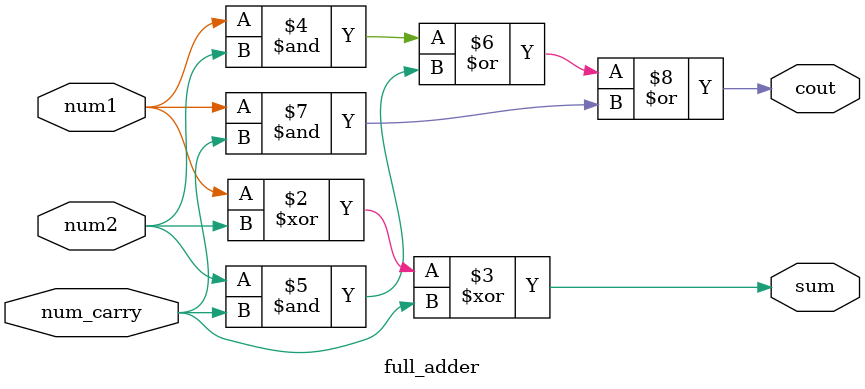
<source format=v>
module full_adder (
    input num1,num2,num_carry,
    output reg sum, cout
);
    always @(*) begin
        sum = (num1 ^ num2 ^ num_carry);
        cout =  (num1 & num2) | (num2 & num_carry) | (num1 & num_carry);
    end
    
endmodule
</source>
